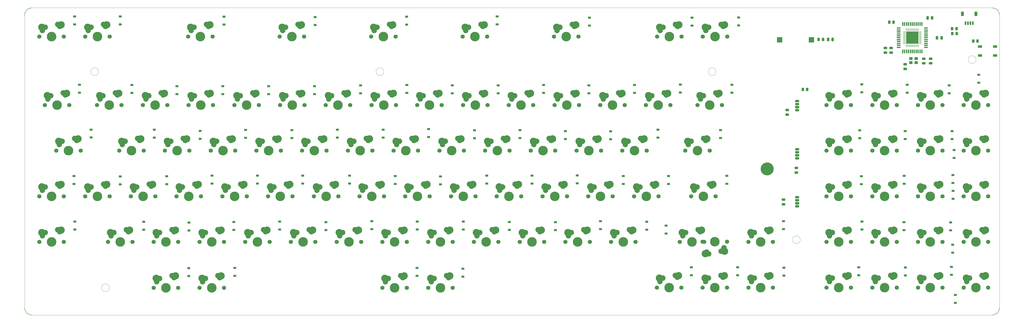
<source format=gbr>
%TF.GenerationSoftware,KiCad,Pcbnew,(6.99.0-4502-gf1556ed801-dirty)*%
%TF.CreationDate,2022-12-16T10:13:54-05:00*%
%TF.ProjectId,necpc8801l,6e656370-6338-4383-9031-6c2e6b696361,rev?*%
%TF.SameCoordinates,Original*%
%TF.FileFunction,Soldermask,Bot*%
%TF.FilePolarity,Negative*%
%FSLAX46Y46*%
G04 Gerber Fmt 4.6, Leading zero omitted, Abs format (unit mm)*
G04 Created by KiCad (PCBNEW (6.99.0-4502-gf1556ed801-dirty)) date 2022-12-16 10:13:54*
%MOMM*%
%LPD*%
G01*
G04 APERTURE LIST*
G04 Aperture macros list*
%AMRoundRect*
0 Rectangle with rounded corners*
0 $1 Rounding radius*
0 $2 $3 $4 $5 $6 $7 $8 $9 X,Y pos of 4 corners*
0 Add a 4 corners polygon primitive as box body*
4,1,4,$2,$3,$4,$5,$6,$7,$8,$9,$2,$3,0*
0 Add four circle primitives for the rounded corners*
1,1,$1+$1,$2,$3*
1,1,$1+$1,$4,$5*
1,1,$1+$1,$6,$7*
1,1,$1+$1,$8,$9*
0 Add four rect primitives between the rounded corners*
20,1,$1+$1,$2,$3,$4,$5,0*
20,1,$1+$1,$4,$5,$6,$7,0*
20,1,$1+$1,$6,$7,$8,$9,0*
20,1,$1+$1,$8,$9,$2,$3,0*%
G04 Aperture macros list end*
%ADD10C,1.750000*%
%ADD11C,3.987800*%
%ADD12C,3.000000*%
%ADD13C,2.250000*%
%ADD14O,1.800000X1.070000*%
%ADD15R,1.800000X1.070000*%
%ADD16C,5.400000*%
%ADD17R,1.800000X1.100000*%
%ADD18R,1.200000X0.900000*%
%ADD19RoundRect,0.250000X-0.475000X0.250000X-0.475000X-0.250000X0.475000X-0.250000X0.475000X0.250000X0*%
%ADD20RoundRect,0.250000X0.262500X0.450000X-0.262500X0.450000X-0.262500X-0.450000X0.262500X-0.450000X0*%
%ADD21RoundRect,0.250000X0.250000X0.475000X-0.250000X0.475000X-0.250000X-0.475000X0.250000X-0.475000X0*%
%ADD22RoundRect,0.250000X-0.250000X-0.475000X0.250000X-0.475000X0.250000X0.475000X-0.250000X0.475000X0*%
%ADD23RoundRect,0.250000X0.475000X-0.250000X0.475000X0.250000X-0.475000X0.250000X-0.475000X-0.250000X0*%
%ADD24RoundRect,0.150000X-0.150000X-0.625000X0.150000X-0.625000X0.150000X0.625000X-0.150000X0.625000X0*%
%ADD25RoundRect,0.250000X-0.350000X-0.650000X0.350000X-0.650000X0.350000X0.650000X-0.350000X0.650000X0*%
%ADD26R,1.500000X0.550000*%
%ADD27RoundRect,0.062500X0.475000X0.062500X-0.475000X0.062500X-0.475000X-0.062500X0.475000X-0.062500X0*%
%ADD28R,0.550000X1.500000*%
%ADD29RoundRect,0.062500X0.062500X0.475000X-0.062500X0.475000X-0.062500X-0.475000X0.062500X-0.475000X0*%
%ADD30R,5.200000X5.200000*%
%ADD31R,1.400000X1.200000*%
%ADD32RoundRect,0.250000X-0.262500X-0.450000X0.262500X-0.450000X0.262500X0.450000X-0.262500X0.450000X0*%
%ADD33R,2.200000X2.200000*%
%TA.AperFunction,Profile*%
%ADD34C,0.150000*%
%TD*%
%TA.AperFunction,Profile*%
%ADD35C,0.050000*%
%TD*%
G04 APERTURE END LIST*
D10*
%TO.C,SW_Z_1*%
X53640000Y-97550000D03*
D11*
X58720000Y-97550000D03*
D10*
X63800000Y-97550000D03*
D12*
X54670000Y-93600000D03*
D13*
X54910000Y-95010000D03*
X56095000Y-93625000D03*
X61260000Y-92470000D03*
X62095000Y-93300000D03*
D12*
X62670000Y-92600000D03*
%TD*%
D10*
%TO.C,SW_Y_1*%
X134290000Y-59525000D03*
D11*
X139370000Y-59525000D03*
D10*
X144450000Y-59525000D03*
D12*
X135320000Y-55575000D03*
D13*
X135560000Y-56985000D03*
X136745000Y-55600000D03*
X141910000Y-54445000D03*
X142745000Y-55275000D03*
D12*
X143320000Y-54575000D03*
%TD*%
D10*
%TO.C,SW_YEN_1*%
X258120000Y-40550000D03*
D11*
X263200000Y-40550000D03*
D10*
X268280000Y-40550000D03*
D12*
X259150000Y-36600000D03*
D13*
X259390000Y-38010000D03*
X260575000Y-36625000D03*
X265740000Y-35470000D03*
X266575000Y-36300000D03*
D12*
X267150000Y-35600000D03*
%TD*%
D10*
%TO.C,SW_X_1*%
X72640000Y-97550000D03*
D11*
X77720000Y-97550000D03*
D10*
X82800000Y-97550000D03*
D12*
X73670000Y-93600000D03*
D13*
X73910000Y-95010000D03*
X75095000Y-93625000D03*
X80260000Y-92470000D03*
X81095000Y-93300000D03*
D12*
X81670000Y-92600000D03*
%TD*%
D10*
%TO.C,SW_W_1*%
X58290000Y-59525000D03*
D11*
X63370000Y-59525000D03*
D10*
X68450000Y-59525000D03*
D12*
X59320000Y-55575000D03*
D13*
X59560000Y-56985000D03*
X60745000Y-55600000D03*
X65910000Y-54445000D03*
X66745000Y-55275000D03*
D12*
X67320000Y-54575000D03*
%TD*%
D10*
%TO.C,SW_WE_1*%
X253140000Y-78550000D03*
D11*
X258220000Y-78550000D03*
D10*
X263300000Y-78550000D03*
D12*
X254170000Y-74600000D03*
D13*
X254410000Y-76010000D03*
X255595000Y-74625000D03*
X260760000Y-73470000D03*
X261595000Y-74300000D03*
D12*
X262170000Y-73600000D03*
%TD*%
D10*
%TO.C,SW_V_1*%
X110640000Y-97550000D03*
D11*
X115720000Y-97550000D03*
D10*
X120800000Y-97550000D03*
D12*
X111670000Y-93600000D03*
D13*
X111910000Y-95010000D03*
X113095000Y-93625000D03*
X118260000Y-92470000D03*
X119095000Y-93300000D03*
D12*
X119670000Y-92600000D03*
%TD*%
D10*
%TO.C,SW_U_1*%
X153290000Y-59525000D03*
D11*
X158370000Y-59525000D03*
D10*
X163450000Y-59525000D03*
D12*
X154320000Y-55575000D03*
D13*
X154560000Y-56985000D03*
X155745000Y-55600000D03*
X160910000Y-54445000D03*
X161745000Y-55275000D03*
D12*
X162320000Y-54575000D03*
%TD*%
D10*
%TO.C,SW_UP_1*%
X300640000Y-97550000D03*
D11*
X305720000Y-97550000D03*
D10*
X310800000Y-97550000D03*
D12*
X301670000Y-93600000D03*
D13*
X301910000Y-95010000D03*
X303095000Y-93625000D03*
X308260000Y-92470000D03*
X309095000Y-93300000D03*
D12*
X309670000Y-92600000D03*
%TD*%
D10*
%TO.C,SW_T_1*%
X115290000Y-59525000D03*
D11*
X120370000Y-59525000D03*
D10*
X125450000Y-59525000D03*
D12*
X116320000Y-55575000D03*
D13*
X116560000Y-56985000D03*
X117745000Y-55600000D03*
X122910000Y-54445000D03*
X123745000Y-55275000D03*
D12*
X124320000Y-54575000D03*
%TD*%
D10*
%TO.C,SW_TAB_1*%
X13165000Y-59525000D03*
D11*
X18245000Y-59525000D03*
D10*
X23325000Y-59525000D03*
D12*
X14195000Y-55575000D03*
D13*
X14435000Y-56985000D03*
X15620000Y-55600000D03*
X20785000Y-54445000D03*
X21620000Y-55275000D03*
D12*
X22195000Y-54575000D03*
%TD*%
D10*
%TO.C,SW_S_1*%
X63140000Y-78550000D03*
D11*
X68220000Y-78550000D03*
D10*
X73300000Y-78550000D03*
D12*
X64170000Y-74600000D03*
D13*
X64410000Y-76010000D03*
X65595000Y-74625000D03*
X70760000Y-73470000D03*
X71595000Y-74300000D03*
D12*
X72170000Y-73600000D03*
%TD*%
D10*
%TO.C,SW_SUP_1*%
X53640000Y-116650000D03*
D11*
X58720000Y-116650000D03*
D10*
X63800000Y-116650000D03*
D12*
X54670000Y-112700000D03*
D13*
X54910000Y-114110000D03*
X56095000Y-112725000D03*
X61260000Y-111570000D03*
X62095000Y-112400000D03*
D12*
X62670000Y-111700000D03*
%TD*%
D10*
%TO.C,SW_STP_1*%
X6140000Y-12050000D03*
D11*
X11220000Y-12050000D03*
D10*
X16300000Y-12050000D03*
D12*
X7170000Y-8100000D03*
D13*
X7410000Y-9510000D03*
X8595000Y-8125000D03*
X13760000Y-6970000D03*
X14595000Y-7800000D03*
D12*
X15170000Y-7100000D03*
%TD*%
D10*
%TO.C,SW_SP2_1*%
X167640000Y-116650000D03*
D11*
X172720000Y-116650000D03*
D10*
X177800000Y-116650000D03*
D12*
X168670000Y-112700000D03*
D13*
X168910000Y-114110000D03*
X170095000Y-112725000D03*
X175260000Y-111570000D03*
X176095000Y-112400000D03*
D12*
X176670000Y-111700000D03*
%TD*%
D10*
%TO.C,SW_SP1_1*%
X148640000Y-116650000D03*
D11*
X153720000Y-116650000D03*
D10*
X158800000Y-116650000D03*
D12*
X149670000Y-112700000D03*
D13*
X149910000Y-114110000D03*
X151095000Y-112725000D03*
X156260000Y-111570000D03*
X157095000Y-112400000D03*
D12*
X157670000Y-111700000D03*
%TD*%
D10*
%TO.C,SW_SMI_1*%
X215140000Y-78550000D03*
D11*
X220220000Y-78550000D03*
D10*
X225300000Y-78550000D03*
D12*
X216170000Y-74600000D03*
D13*
X216410000Y-76010000D03*
X217595000Y-74625000D03*
X222760000Y-73470000D03*
X223595000Y-74300000D03*
D12*
X224170000Y-73600000D03*
%TD*%
D10*
%TO.C,SW_SLS_1*%
X224640000Y-97550000D03*
D11*
X229720000Y-97550000D03*
D10*
X234800000Y-97550000D03*
D12*
X225670000Y-93600000D03*
D13*
X225910000Y-95010000D03*
X227095000Y-93625000D03*
X232260000Y-92470000D03*
X233095000Y-93300000D03*
D12*
X233670000Y-92600000D03*
%TD*%
D10*
%TO.C,SW_R_1*%
X96290000Y-59525000D03*
D11*
X101370000Y-59525000D03*
D10*
X106450000Y-59525000D03*
D12*
X97320000Y-55575000D03*
D13*
X97560000Y-56985000D03*
X98745000Y-55600000D03*
X103910000Y-54445000D03*
X104745000Y-55275000D03*
D12*
X105320000Y-54575000D03*
%TD*%
D10*
%TO.C,SW_RSH_ALIAS_1*%
X291760000Y-97475000D03*
D11*
X286680000Y-97475000D03*
D10*
X281600000Y-97475000D03*
D12*
X290730000Y-101425000D03*
D13*
X290490000Y-100015000D03*
X289305000Y-101400000D03*
X284140000Y-102555000D03*
X283305000Y-101725000D03*
D12*
X282730000Y-102425000D03*
%TD*%
D10*
%TO.C,SW_RSH_1*%
X272140000Y-97550000D03*
D11*
X277220000Y-97550000D03*
D10*
X282300000Y-97550000D03*
D12*
X273170000Y-93600000D03*
D13*
X273410000Y-95010000D03*
X274595000Y-93625000D03*
X279760000Y-92470000D03*
X280595000Y-93300000D03*
D12*
X281170000Y-92600000D03*
%TD*%
D10*
%TO.C,SW_RLU_1*%
X262740000Y-12050000D03*
D11*
X267820000Y-12050000D03*
D10*
X272900000Y-12050000D03*
D12*
X263770000Y-8100000D03*
D13*
X264010000Y-9510000D03*
X265195000Y-8125000D03*
X270360000Y-6970000D03*
X271195000Y-7800000D03*
D12*
X271770000Y-7100000D03*
%TD*%
D10*
%TO.C,SW_RLD_1*%
X281740000Y-12050000D03*
D11*
X286820000Y-12050000D03*
D10*
X291900000Y-12050000D03*
D12*
X282770000Y-8100000D03*
D13*
X283010000Y-9510000D03*
X284195000Y-8125000D03*
X289360000Y-6970000D03*
X290195000Y-7800000D03*
D12*
X290770000Y-7100000D03*
%TD*%
D10*
%TO.C,SW_RIGHT_1*%
X281640000Y-116550000D03*
D11*
X286720000Y-116550000D03*
D10*
X291800000Y-116550000D03*
D12*
X282670000Y-112600000D03*
D13*
X282910000Y-114010000D03*
X284095000Y-112625000D03*
X289260000Y-111470000D03*
X290095000Y-112300000D03*
D12*
X290670000Y-111600000D03*
%TD*%
D10*
%TO.C,SW_Q_1*%
X39290000Y-59525000D03*
D11*
X44370000Y-59525000D03*
D10*
X49450000Y-59525000D03*
D12*
X40320000Y-55575000D03*
D13*
X40560000Y-56985000D03*
X41745000Y-55600000D03*
X46910000Y-54445000D03*
X47745000Y-55275000D03*
D12*
X48320000Y-54575000D03*
%TD*%
D10*
%TO.C,SW_P_1*%
X210290000Y-59525000D03*
D11*
X215370000Y-59525000D03*
D10*
X220450000Y-59525000D03*
D12*
X211320000Y-55575000D03*
D13*
X211560000Y-56985000D03*
X212745000Y-55600000D03*
X217910000Y-54445000D03*
X218745000Y-55275000D03*
D12*
X219320000Y-54575000D03*
%TD*%
D10*
%TO.C,SW_O_1*%
X191290000Y-59525000D03*
D11*
X196370000Y-59525000D03*
D10*
X201450000Y-59525000D03*
D12*
X192320000Y-55575000D03*
D13*
X192560000Y-56985000D03*
X193745000Y-55600000D03*
X198910000Y-54445000D03*
X199745000Y-55275000D03*
D12*
X200320000Y-54575000D03*
%TD*%
D10*
%TO.C,SW_N_1*%
X148640000Y-97550000D03*
D11*
X153720000Y-97550000D03*
D10*
X158800000Y-97550000D03*
D12*
X149670000Y-93600000D03*
D13*
X149910000Y-95010000D03*
X151095000Y-93625000D03*
X156260000Y-92470000D03*
X157095000Y-93300000D03*
D12*
X157670000Y-92600000D03*
%TD*%
D10*
%TO.C,SW_M_1*%
X167640000Y-97550000D03*
D11*
X172720000Y-97550000D03*
D10*
X177800000Y-97550000D03*
D12*
X168670000Y-93600000D03*
D13*
X168910000Y-95010000D03*
X170095000Y-93625000D03*
X175260000Y-92470000D03*
X176095000Y-93300000D03*
D12*
X176670000Y-92600000D03*
%TD*%
D10*
%TO.C,SW_MN_1*%
X220120000Y-40550000D03*
D11*
X225200000Y-40550000D03*
D10*
X230280000Y-40550000D03*
D12*
X221150000Y-36600000D03*
D13*
X221390000Y-38010000D03*
X222575000Y-36625000D03*
X227740000Y-35470000D03*
X228575000Y-36300000D03*
D12*
X229150000Y-35600000D03*
%TD*%
D10*
%TO.C,SW_L_1*%
X196140000Y-78550000D03*
D11*
X201220000Y-78550000D03*
D10*
X206300000Y-78550000D03*
D12*
X197170000Y-74600000D03*
D13*
X197410000Y-76010000D03*
X198595000Y-74625000D03*
X203760000Y-73470000D03*
X204595000Y-74300000D03*
D12*
X205170000Y-73600000D03*
%TD*%
D10*
%TO.C,SW_LT_1*%
X186640000Y-97550000D03*
D11*
X191720000Y-97550000D03*
D10*
X196800000Y-97550000D03*
D12*
X187670000Y-93600000D03*
D13*
X187910000Y-95010000D03*
X189095000Y-93625000D03*
X194260000Y-92470000D03*
X195095000Y-93300000D03*
D12*
X195670000Y-92600000D03*
%TD*%
D10*
%TO.C,SW_LS2_1*%
X34640000Y-97550000D03*
D11*
X39720000Y-97550000D03*
D10*
X44800000Y-97550000D03*
D12*
X35670000Y-93600000D03*
D13*
X35910000Y-95010000D03*
X37095000Y-93625000D03*
X42260000Y-92470000D03*
X43095000Y-93300000D03*
D12*
X43670000Y-92600000D03*
%TD*%
D10*
%TO.C,SW_LS1_1*%
X6140000Y-97550000D03*
D11*
X11220000Y-97550000D03*
D10*
X16300000Y-97550000D03*
D12*
X7170000Y-93600000D03*
D13*
X7410000Y-95010000D03*
X8595000Y-93625000D03*
X13760000Y-92470000D03*
X14595000Y-93300000D03*
D12*
X15170000Y-92600000D03*
%TD*%
D10*
%TO.C,SW_LEFT_1*%
X262640000Y-116550000D03*
D11*
X267720000Y-116550000D03*
D10*
X272800000Y-116550000D03*
D12*
X263670000Y-112600000D03*
D13*
X263910000Y-114010000D03*
X265095000Y-112625000D03*
X270260000Y-111470000D03*
X271095000Y-112300000D03*
D12*
X271670000Y-111600000D03*
%TD*%
D10*
%TO.C,SW_K_1*%
X177140000Y-78550000D03*
D11*
X182220000Y-78550000D03*
D10*
X187300000Y-78550000D03*
D12*
X178170000Y-74600000D03*
D13*
X178410000Y-76010000D03*
X179595000Y-74625000D03*
X184760000Y-73470000D03*
X185595000Y-74300000D03*
D12*
X186170000Y-73600000D03*
%TD*%
D10*
%TO.C,SW_KPPLUS_1*%
X390120000Y-78550000D03*
D11*
X395200000Y-78550000D03*
D10*
X400280000Y-78550000D03*
D12*
X391150000Y-74600000D03*
D13*
X391390000Y-76010000D03*
X392575000Y-74625000D03*
X397740000Y-73470000D03*
X398575000Y-74300000D03*
D12*
X399150000Y-73600000D03*
%TD*%
D10*
%TO.C,SW_KPPER_1*%
X371120000Y-116550000D03*
D11*
X376200000Y-116550000D03*
D10*
X381280000Y-116550000D03*
D12*
X372150000Y-112600000D03*
D13*
X372390000Y-114010000D03*
X373575000Y-112625000D03*
X378740000Y-111470000D03*
X379575000Y-112300000D03*
D12*
X380150000Y-111600000D03*
%TD*%
D10*
%TO.C,SW_KPMULT_1*%
X390120000Y-59550000D03*
D11*
X395200000Y-59550000D03*
D10*
X400280000Y-59550000D03*
D12*
X391150000Y-55600000D03*
D13*
X391390000Y-57010000D03*
X392575000Y-55625000D03*
X397740000Y-54470000D03*
X398575000Y-55300000D03*
D12*
X399150000Y-54600000D03*
%TD*%
D10*
%TO.C,SW_KPMIN_1*%
X371120000Y-40550000D03*
D11*
X376200000Y-40550000D03*
D10*
X381280000Y-40550000D03*
D12*
X372150000Y-36600000D03*
D13*
X372390000Y-38010000D03*
X373575000Y-36625000D03*
X378740000Y-35470000D03*
X379575000Y-36300000D03*
D12*
X380150000Y-35600000D03*
%TD*%
D10*
%TO.C,SW_KPHOME_1*%
X333120000Y-40550000D03*
D11*
X338200000Y-40550000D03*
D10*
X343280000Y-40550000D03*
D12*
X334150000Y-36600000D03*
D13*
X334390000Y-38010000D03*
X335575000Y-36625000D03*
X340740000Y-35470000D03*
X341575000Y-36300000D03*
D12*
X342150000Y-35600000D03*
%TD*%
D10*
%TO.C,SW_KPHELP1*%
X352120000Y-40550000D03*
D11*
X357200000Y-40550000D03*
D10*
X362280000Y-40550000D03*
D12*
X353150000Y-36600000D03*
D13*
X353390000Y-38010000D03*
X354575000Y-36625000D03*
X359740000Y-35470000D03*
X360575000Y-36300000D03*
D12*
X361150000Y-35600000D03*
%TD*%
D10*
%TO.C,SW_KPEQ_1*%
X390120000Y-97550000D03*
D11*
X395200000Y-97550000D03*
D10*
X400280000Y-97550000D03*
D12*
X391150000Y-93600000D03*
D13*
X391390000Y-95010000D03*
X392575000Y-93625000D03*
X397740000Y-92470000D03*
X398575000Y-93300000D03*
D12*
X399150000Y-92600000D03*
%TD*%
D10*
%TO.C,SW_KPENT_1*%
X390120000Y-116550000D03*
D11*
X395200000Y-116550000D03*
D10*
X400280000Y-116550000D03*
D12*
X391150000Y-112600000D03*
D13*
X391390000Y-114010000D03*
X392575000Y-112625000D03*
X397740000Y-111470000D03*
X398575000Y-112300000D03*
D12*
X399150000Y-111600000D03*
%TD*%
D10*
%TO.C,SW_KPDIV_1*%
X390120000Y-40550000D03*
D11*
X395200000Y-40550000D03*
D10*
X400280000Y-40550000D03*
D12*
X391150000Y-36600000D03*
D13*
X391390000Y-38010000D03*
X392575000Y-36625000D03*
X397740000Y-35470000D03*
X398575000Y-36300000D03*
D12*
X399150000Y-35600000D03*
%TD*%
D10*
%TO.C,SW_KPCOM_1*%
X352120000Y-116550000D03*
D11*
X357200000Y-116550000D03*
D10*
X362280000Y-116550000D03*
D12*
X353150000Y-112600000D03*
D13*
X353390000Y-114010000D03*
X354575000Y-112625000D03*
X359740000Y-111470000D03*
X360575000Y-112300000D03*
D12*
X361150000Y-111600000D03*
%TD*%
D10*
%TO.C,SW_KP9_1*%
X371120000Y-59550000D03*
D11*
X376200000Y-59550000D03*
D10*
X381280000Y-59550000D03*
D12*
X372150000Y-55600000D03*
D13*
X372390000Y-57010000D03*
X373575000Y-55625000D03*
X378740000Y-54470000D03*
X379575000Y-55300000D03*
D12*
X380150000Y-54600000D03*
%TD*%
D10*
%TO.C,SW_KP8_1*%
X352120000Y-59550000D03*
D11*
X357200000Y-59550000D03*
D10*
X362280000Y-59550000D03*
D12*
X353150000Y-55600000D03*
D13*
X353390000Y-57010000D03*
X354575000Y-55625000D03*
X359740000Y-54470000D03*
X360575000Y-55300000D03*
D12*
X361150000Y-54600000D03*
%TD*%
D10*
%TO.C,SW_KP7_1*%
X333120000Y-59550000D03*
D11*
X338200000Y-59550000D03*
D10*
X343280000Y-59550000D03*
D12*
X334150000Y-55600000D03*
D13*
X334390000Y-57010000D03*
X335575000Y-55625000D03*
X340740000Y-54470000D03*
X341575000Y-55300000D03*
D12*
X342150000Y-54600000D03*
%TD*%
D10*
%TO.C,SW_KP6_1*%
X371120000Y-78550000D03*
D11*
X376200000Y-78550000D03*
D10*
X381280000Y-78550000D03*
D12*
X372150000Y-74600000D03*
D13*
X372390000Y-76010000D03*
X373575000Y-74625000D03*
X378740000Y-73470000D03*
X379575000Y-74300000D03*
D12*
X380150000Y-73600000D03*
%TD*%
D10*
%TO.C,SW_KP5_1*%
X352120000Y-78550000D03*
D11*
X357200000Y-78550000D03*
D10*
X362280000Y-78550000D03*
D12*
X353150000Y-74600000D03*
D13*
X353390000Y-76010000D03*
X354575000Y-74625000D03*
X359740000Y-73470000D03*
X360575000Y-74300000D03*
D12*
X361150000Y-73600000D03*
%TD*%
D10*
%TO.C,SW_KP4_1*%
X333120000Y-78550000D03*
D11*
X338200000Y-78550000D03*
D10*
X343280000Y-78550000D03*
D12*
X334150000Y-74600000D03*
D13*
X334390000Y-76010000D03*
X335575000Y-74625000D03*
X340740000Y-73470000D03*
X341575000Y-74300000D03*
D12*
X342150000Y-73600000D03*
%TD*%
D10*
%TO.C,SW_KP3_1*%
X371120000Y-97550000D03*
D11*
X376200000Y-97550000D03*
D10*
X381280000Y-97550000D03*
D12*
X372150000Y-93600000D03*
D13*
X372390000Y-95010000D03*
X373575000Y-93625000D03*
X378740000Y-92470000D03*
X379575000Y-93300000D03*
D12*
X380150000Y-92600000D03*
%TD*%
D10*
%TO.C,SW_KP2_1*%
X352120000Y-97550000D03*
D11*
X357200000Y-97550000D03*
D10*
X362280000Y-97550000D03*
D12*
X353150000Y-93600000D03*
D13*
X353390000Y-95010000D03*
X354575000Y-93625000D03*
X359740000Y-92470000D03*
X360575000Y-93300000D03*
D12*
X361150000Y-92600000D03*
%TD*%
D10*
%TO.C,SW_KP1_1*%
X333120000Y-97550000D03*
D11*
X338200000Y-97550000D03*
D10*
X343280000Y-97550000D03*
D12*
X334150000Y-93600000D03*
D13*
X334390000Y-95010000D03*
X335575000Y-93625000D03*
X340740000Y-92470000D03*
X341575000Y-93300000D03*
D12*
X342150000Y-92600000D03*
%TD*%
D10*
%TO.C,SW_KP0_1*%
X333120000Y-116550000D03*
D11*
X338200000Y-116550000D03*
D10*
X343280000Y-116550000D03*
D12*
X334150000Y-112600000D03*
D13*
X334390000Y-114010000D03*
X335575000Y-112625000D03*
X340740000Y-111470000D03*
X341575000Y-112300000D03*
D12*
X342150000Y-111600000D03*
%TD*%
D10*
%TO.C,SW_J_1*%
X158140000Y-78550000D03*
D11*
X163220000Y-78550000D03*
D10*
X168300000Y-78550000D03*
D12*
X159170000Y-74600000D03*
D13*
X159410000Y-76010000D03*
X160595000Y-74625000D03*
X165760000Y-73470000D03*
X166595000Y-74300000D03*
D12*
X167170000Y-73600000D03*
%TD*%
D10*
%TO.C,SW_I_1*%
X172290000Y-59525000D03*
D11*
X177370000Y-59525000D03*
D10*
X182450000Y-59525000D03*
D12*
X173320000Y-55575000D03*
D13*
X173560000Y-56985000D03*
X174745000Y-55600000D03*
X179910000Y-54445000D03*
X180745000Y-55275000D03*
D12*
X181320000Y-54575000D03*
%TD*%
D10*
%TO.C,SW_H_1*%
X139140000Y-78550000D03*
D11*
X144220000Y-78550000D03*
D10*
X149300000Y-78550000D03*
D12*
X140170000Y-74600000D03*
D13*
X140410000Y-76010000D03*
X141595000Y-74625000D03*
X146760000Y-73470000D03*
X147595000Y-74300000D03*
D12*
X148170000Y-73600000D03*
%TD*%
D10*
%TO.C,SW_G_1*%
X120140000Y-78550000D03*
D11*
X125220000Y-78550000D03*
D10*
X130300000Y-78550000D03*
D12*
X121170000Y-74600000D03*
D13*
X121410000Y-76010000D03*
X122595000Y-74625000D03*
X127760000Y-73470000D03*
X128595000Y-74300000D03*
D12*
X129170000Y-73600000D03*
%TD*%
D10*
%TO.C,SW_GT_1*%
X205640000Y-97550000D03*
D11*
X210720000Y-97550000D03*
D10*
X215800000Y-97550000D03*
D12*
X206670000Y-93600000D03*
D13*
X206910000Y-95010000D03*
X208095000Y-93625000D03*
X213260000Y-92470000D03*
X214095000Y-93300000D03*
D12*
X214670000Y-92600000D03*
%TD*%
D10*
%TO.C,SW_F_1*%
X101140000Y-78550000D03*
D11*
X106220000Y-78550000D03*
D10*
X111300000Y-78550000D03*
D12*
X102170000Y-74600000D03*
D13*
X102410000Y-76010000D03*
X103595000Y-74625000D03*
X108760000Y-73470000D03*
X109595000Y-74300000D03*
D12*
X110170000Y-73600000D03*
%TD*%
D10*
%TO.C,SW_FC_1*%
X248290000Y-59525000D03*
D11*
X253370000Y-59525000D03*
D10*
X258450000Y-59525000D03*
D12*
X249320000Y-55575000D03*
D13*
X249560000Y-56985000D03*
X250745000Y-55600000D03*
X255910000Y-54445000D03*
X256745000Y-55275000D03*
D12*
X257320000Y-54575000D03*
%TD*%
D10*
%TO.C,SW_F5_1*%
X219940000Y-12050000D03*
D11*
X225020000Y-12050000D03*
D10*
X230100000Y-12050000D03*
D12*
X220970000Y-8100000D03*
D13*
X221210000Y-9510000D03*
X222395000Y-8125000D03*
X227560000Y-6970000D03*
X228395000Y-7800000D03*
D12*
X228970000Y-7100000D03*
%TD*%
D10*
%TO.C,SW_F4_1*%
X181940000Y-12050000D03*
D11*
X187020000Y-12050000D03*
D10*
X192100000Y-12050000D03*
D12*
X182970000Y-8100000D03*
D13*
X183210000Y-9510000D03*
X184395000Y-8125000D03*
X189560000Y-6970000D03*
X190395000Y-7800000D03*
D12*
X190970000Y-7100000D03*
%TD*%
D10*
%TO.C,SW_F3_1*%
X143940000Y-12050000D03*
D11*
X149020000Y-12050000D03*
D10*
X154100000Y-12050000D03*
D12*
X144970000Y-8100000D03*
D13*
X145210000Y-9510000D03*
X146395000Y-8125000D03*
X151560000Y-6970000D03*
X152395000Y-7800000D03*
D12*
X152970000Y-7100000D03*
%TD*%
D10*
%TO.C,SW_F2_1*%
X105940000Y-12050000D03*
D11*
X111020000Y-12050000D03*
D10*
X116100000Y-12050000D03*
D12*
X106970000Y-8100000D03*
D13*
X107210000Y-9510000D03*
X108395000Y-8125000D03*
X113560000Y-6970000D03*
X114395000Y-7800000D03*
D12*
X114970000Y-7100000D03*
%TD*%
D10*
%TO.C,SW_F1_1*%
X67940000Y-12050000D03*
D11*
X73020000Y-12050000D03*
D10*
X78100000Y-12050000D03*
D12*
X68970000Y-8100000D03*
D13*
X69210000Y-9510000D03*
X70395000Y-8125000D03*
X75560000Y-6970000D03*
X76395000Y-7800000D03*
D12*
X76970000Y-7100000D03*
%TD*%
D10*
%TO.C,SW_E_1*%
X77290000Y-59525000D03*
D11*
X82370000Y-59525000D03*
D10*
X87450000Y-59525000D03*
D12*
X78320000Y-55575000D03*
D13*
X78560000Y-56985000D03*
X79745000Y-55600000D03*
X84910000Y-54445000D03*
X85745000Y-55275000D03*
D12*
X86320000Y-54575000D03*
%TD*%
D10*
%TO.C,SW_ET_1*%
X274415000Y-59525000D03*
D11*
X279495000Y-59525000D03*
D10*
X284575000Y-59525000D03*
D12*
X275445000Y-55575000D03*
D13*
X275685000Y-56985000D03*
X276870000Y-55600000D03*
X282035000Y-54445000D03*
X282870000Y-55275000D03*
D12*
X283445000Y-54575000D03*
%TD*%
D10*
%TO.C,SW_ESC_1*%
X8420000Y-40550000D03*
D11*
X13500000Y-40550000D03*
D10*
X18580000Y-40550000D03*
D12*
X9450000Y-36600000D03*
D13*
X9690000Y-38010000D03*
X10875000Y-36625000D03*
X16040000Y-35470000D03*
X16875000Y-36300000D03*
D12*
X17450000Y-35600000D03*
%TD*%
D10*
%TO.C,SW_ED_1*%
X276890000Y-78550000D03*
D11*
X281970000Y-78550000D03*
D10*
X287050000Y-78550000D03*
D12*
X277920000Y-74600000D03*
D13*
X278160000Y-76010000D03*
X279345000Y-74625000D03*
X284510000Y-73470000D03*
X285345000Y-74300000D03*
D12*
X285920000Y-73600000D03*
%TD*%
D10*
%TO.C,SW_D_1*%
X82140000Y-78550000D03*
D11*
X87220000Y-78550000D03*
D10*
X92300000Y-78550000D03*
D12*
X83170000Y-74600000D03*
D13*
X83410000Y-76010000D03*
X84595000Y-74625000D03*
X89760000Y-73470000D03*
X90595000Y-74300000D03*
D12*
X91170000Y-73600000D03*
%TD*%
D10*
%TO.C,SW_DOWN_1*%
X300640000Y-116550000D03*
D11*
X305720000Y-116550000D03*
D10*
X310800000Y-116550000D03*
D12*
X301670000Y-112600000D03*
D13*
X301910000Y-114010000D03*
X303095000Y-112625000D03*
X308260000Y-111470000D03*
X309095000Y-112300000D03*
D12*
X309670000Y-111600000D03*
%TD*%
D10*
%TO.C,SW_DEL_1*%
X279495000Y-40550000D03*
D11*
X284575000Y-40550000D03*
D10*
X289655000Y-40550000D03*
D12*
X280525000Y-36600000D03*
D13*
X280765000Y-38010000D03*
X281950000Y-36625000D03*
X287115000Y-35470000D03*
X287950000Y-36300000D03*
D12*
X288525000Y-35600000D03*
%TD*%
D10*
%TO.C,SW_C_1*%
X91640000Y-97550000D03*
D11*
X96720000Y-97550000D03*
D10*
X101800000Y-97550000D03*
D12*
X92670000Y-93600000D03*
D13*
X92910000Y-95010000D03*
X94095000Y-93625000D03*
X99260000Y-92470000D03*
X100095000Y-93300000D03*
D12*
X100670000Y-92600000D03*
%TD*%
D10*
%TO.C,SW_CTRL_1*%
X6140000Y-78550000D03*
D11*
X11220000Y-78550000D03*
D10*
X16300000Y-78550000D03*
D12*
X7170000Y-74600000D03*
D13*
X7410000Y-76010000D03*
X8595000Y-74625000D03*
X13760000Y-73470000D03*
X14595000Y-74300000D03*
D12*
X15170000Y-73600000D03*
%TD*%
D10*
%TO.C,SW_CPY_1*%
X25140000Y-12050000D03*
D11*
X30220000Y-12050000D03*
D10*
X35300000Y-12050000D03*
D12*
X26170000Y-8100000D03*
D13*
X26410000Y-9510000D03*
X27595000Y-8125000D03*
X32760000Y-6970000D03*
X33595000Y-7800000D03*
D12*
X34170000Y-7100000D03*
%TD*%
D10*
%TO.C,SW_COL_1*%
X234140000Y-78550000D03*
D11*
X239220000Y-78550000D03*
D10*
X244300000Y-78550000D03*
D12*
X235170000Y-74600000D03*
D13*
X235410000Y-76010000D03*
X236595000Y-74625000D03*
X241760000Y-73470000D03*
X242595000Y-74300000D03*
D12*
X243170000Y-73600000D03*
%TD*%
D10*
%TO.C,SW_CAR_1*%
X239120000Y-40550000D03*
D11*
X244200000Y-40550000D03*
D10*
X249280000Y-40550000D03*
D12*
X240150000Y-36600000D03*
D13*
X240390000Y-38010000D03*
X241575000Y-36625000D03*
X246740000Y-35470000D03*
X247575000Y-36300000D03*
D12*
X248150000Y-35600000D03*
%TD*%
D10*
%TO.C,SW_CAPS_1*%
X25140000Y-78550000D03*
D11*
X30220000Y-78550000D03*
D10*
X35300000Y-78550000D03*
D12*
X26170000Y-74600000D03*
D13*
X26410000Y-76010000D03*
X27595000Y-74625000D03*
X32760000Y-73470000D03*
X33595000Y-74300000D03*
D12*
X34170000Y-73600000D03*
%TD*%
D10*
%TO.C,SW_B_1*%
X129640000Y-97550000D03*
D11*
X134720000Y-97550000D03*
D10*
X139800000Y-97550000D03*
D12*
X130670000Y-93600000D03*
D13*
X130910000Y-95010000D03*
X132095000Y-93625000D03*
X137260000Y-92470000D03*
X138095000Y-93300000D03*
D12*
X138670000Y-92600000D03*
%TD*%
D10*
%TO.C,SW_A_1*%
X44140000Y-78550000D03*
D11*
X49220000Y-78550000D03*
D10*
X54300000Y-78550000D03*
D12*
X45170000Y-74600000D03*
D13*
X45410000Y-76010000D03*
X46595000Y-74625000D03*
X51760000Y-73470000D03*
X52595000Y-74300000D03*
D12*
X53170000Y-73600000D03*
%TD*%
D10*
%TO.C,SW_AT_1*%
X229290000Y-59525000D03*
D11*
X234370000Y-59525000D03*
D10*
X239450000Y-59525000D03*
D12*
X230320000Y-55575000D03*
D13*
X230560000Y-56985000D03*
X231745000Y-55600000D03*
X236910000Y-54445000D03*
X237745000Y-55275000D03*
D12*
X238320000Y-54575000D03*
%TD*%
D10*
%TO.C,SW_AMG_1*%
X243640000Y-97550000D03*
D11*
X248720000Y-97550000D03*
D10*
X253800000Y-97550000D03*
D12*
X244670000Y-93600000D03*
D13*
X244910000Y-95010000D03*
X246095000Y-93625000D03*
X251260000Y-92470000D03*
X252095000Y-93300000D03*
D12*
X252670000Y-92600000D03*
%TD*%
D10*
%TO.C,SW_ALT_1*%
X72640000Y-116650000D03*
D11*
X77720000Y-116650000D03*
D10*
X82800000Y-116650000D03*
D12*
X73670000Y-112700000D03*
D13*
X73910000Y-114110000D03*
X75095000Y-112725000D03*
X80260000Y-111570000D03*
X81095000Y-112400000D03*
D12*
X81670000Y-111700000D03*
%TD*%
D10*
%TO.C,SW_9_1*%
X182120000Y-40550000D03*
D11*
X187200000Y-40550000D03*
D10*
X192280000Y-40550000D03*
D12*
X183150000Y-36600000D03*
D13*
X183390000Y-38010000D03*
X184575000Y-36625000D03*
X189740000Y-35470000D03*
X190575000Y-36300000D03*
D12*
X191150000Y-35600000D03*
%TD*%
D10*
%TO.C,SW_8_1*%
X163120000Y-40550000D03*
D11*
X168200000Y-40550000D03*
D10*
X173280000Y-40550000D03*
D12*
X164150000Y-36600000D03*
D13*
X164390000Y-38010000D03*
X165575000Y-36625000D03*
X170740000Y-35470000D03*
X171575000Y-36300000D03*
D12*
X172150000Y-35600000D03*
%TD*%
D10*
%TO.C,SW_7_1*%
X144120000Y-40550000D03*
D11*
X149200000Y-40550000D03*
D10*
X154280000Y-40550000D03*
D12*
X145150000Y-36600000D03*
D13*
X145390000Y-38010000D03*
X146575000Y-36625000D03*
X151740000Y-35470000D03*
X152575000Y-36300000D03*
D12*
X153150000Y-35600000D03*
%TD*%
D10*
%TO.C,SW_6_1*%
X125120000Y-40550000D03*
D11*
X130200000Y-40550000D03*
D10*
X135280000Y-40550000D03*
D12*
X126150000Y-36600000D03*
D13*
X126390000Y-38010000D03*
X127575000Y-36625000D03*
X132740000Y-35470000D03*
X133575000Y-36300000D03*
D12*
X134150000Y-35600000D03*
%TD*%
D10*
%TO.C,SW_5_1*%
X106120000Y-40550000D03*
D11*
X111200000Y-40550000D03*
D10*
X116280000Y-40550000D03*
D12*
X107150000Y-36600000D03*
D13*
X107390000Y-38010000D03*
X108575000Y-36625000D03*
X113740000Y-35470000D03*
X114575000Y-36300000D03*
D12*
X115150000Y-35600000D03*
%TD*%
D10*
%TO.C,SW_4_1*%
X87120000Y-40550000D03*
D11*
X92200000Y-40550000D03*
D10*
X97280000Y-40550000D03*
D12*
X88150000Y-36600000D03*
D13*
X88390000Y-38010000D03*
X89575000Y-36625000D03*
X94740000Y-35470000D03*
X95575000Y-36300000D03*
D12*
X96150000Y-35600000D03*
%TD*%
D10*
%TO.C,SW_3_1*%
X68120000Y-40550000D03*
D11*
X73200000Y-40550000D03*
D10*
X78280000Y-40550000D03*
D12*
X69150000Y-36600000D03*
D13*
X69390000Y-38010000D03*
X70575000Y-36625000D03*
X75740000Y-35470000D03*
X76575000Y-36300000D03*
D12*
X77150000Y-35600000D03*
%TD*%
D10*
%TO.C,SW_2_1*%
X49120000Y-40550000D03*
D11*
X54200000Y-40550000D03*
D10*
X59280000Y-40550000D03*
D12*
X50150000Y-36600000D03*
D13*
X50390000Y-38010000D03*
X51575000Y-36625000D03*
X56740000Y-35470000D03*
X57575000Y-36300000D03*
D12*
X58150000Y-35600000D03*
%TD*%
D10*
%TO.C,SW_1_1*%
X30120000Y-40550000D03*
D11*
X35200000Y-40550000D03*
D10*
X40280000Y-40550000D03*
D12*
X31150000Y-36600000D03*
D13*
X31390000Y-38010000D03*
X32575000Y-36625000D03*
X37740000Y-35470000D03*
X38575000Y-36300000D03*
D12*
X39150000Y-35600000D03*
%TD*%
D10*
%TO.C,SW_0_1*%
X201120000Y-40550000D03*
D11*
X206200000Y-40550000D03*
D10*
X211280000Y-40550000D03*
D12*
X202150000Y-36600000D03*
D13*
X202390000Y-38010000D03*
X203575000Y-36625000D03*
X208740000Y-35470000D03*
X209575000Y-36300000D03*
D12*
X210150000Y-35600000D03*
%TD*%
D14*
%TO.C,LED1*%
X320924999Y-80164999D03*
X320924999Y-82704999D03*
D15*
X320924999Y-81434999D03*
D14*
X320924999Y-78894999D03*
%TD*%
%TO.C,LED2*%
X320924999Y-60164999D03*
X320924999Y-62704999D03*
D15*
X320924999Y-61434999D03*
D14*
X320924999Y-58894999D03*
%TD*%
%TO.C,LED3*%
X320924999Y-40164999D03*
X320924999Y-42704999D03*
D15*
X320924999Y-41434999D03*
D14*
X320924999Y-38894999D03*
%TD*%
D16*
%TO.C,H2*%
X308475000Y-67125000D03*
%TD*%
D17*
%TO.C,SW1*%
X396899999Y-19899999D03*
X403099999Y-16199999D03*
X396899999Y-16199999D03*
X403099999Y-19899999D03*
%TD*%
D18*
%TO.C,D16*%
X68274999Y-92799999D03*
X68274999Y-89499999D03*
%TD*%
D19*
%TO.C,C8*%
X320595000Y-66736000D03*
X320595000Y-68636000D03*
%TD*%
%TO.C,C9*%
X315261000Y-79944000D03*
X315261000Y-81844000D03*
%TD*%
%TO.C,C10*%
X316785000Y-42606000D03*
X316785000Y-44506000D03*
%TD*%
D20*
%TO.C,R1*%
X325075000Y-34050000D03*
X323250000Y-34050000D03*
%TD*%
D21*
%TO.C,C1*%
X376983375Y-4257750D03*
X375083375Y-4257750D03*
%TD*%
D19*
%TO.C,C2*%
X357584125Y-16769750D03*
X357584125Y-18669750D03*
%TD*%
%TO.C,C5*%
X359965375Y-16769750D03*
X359965375Y-18669750D03*
%TD*%
D22*
%TO.C,C6*%
X379019230Y-12535230D03*
X380919230Y-12535230D03*
%TD*%
D23*
%TO.C,C7*%
X376374375Y-23106250D03*
X376374375Y-21206250D03*
%TD*%
D18*
%TO.C,D1*%
X20799999Y-6899999D03*
X20799999Y-3599999D03*
%TD*%
%TO.C,D2*%
X22779999Y-35349999D03*
X22779999Y-32049999D03*
%TD*%
%TO.C,D3*%
X27599999Y-54049999D03*
X27599999Y-50749999D03*
%TD*%
%TO.C,D4*%
X20474999Y-73424999D03*
X20474999Y-70124999D03*
%TD*%
%TO.C,D5*%
X20824999Y-92374999D03*
X20824999Y-89074999D03*
%TD*%
%TO.C,D6*%
X49499999Y-92474999D03*
X49499999Y-89174999D03*
%TD*%
%TO.C,D7*%
X39699999Y-73574999D03*
X39699999Y-70274999D03*
%TD*%
%TO.C,D8*%
X53849999Y-54124999D03*
X53849999Y-50824999D03*
%TD*%
%TO.C,D9*%
X44529999Y-35449999D03*
X44529999Y-32149999D03*
%TD*%
%TO.C,D10*%
X39774999Y-6924999D03*
X39774999Y-3624999D03*
%TD*%
%TO.C,D12*%
X82799999Y-6999999D03*
X82799999Y-3699999D03*
%TD*%
%TO.C,D13*%
X63279999Y-35999999D03*
X63279999Y-32699999D03*
%TD*%
%TO.C,D14*%
X72924999Y-54599999D03*
X72924999Y-51299999D03*
%TD*%
%TO.C,D15*%
X58999999Y-73449999D03*
X58999999Y-70149999D03*
%TD*%
%TO.C,D17*%
X68174999Y-111724999D03*
X68174999Y-108424999D03*
%TD*%
%TO.C,D18*%
X86874999Y-92549999D03*
X86874999Y-89249999D03*
%TD*%
%TO.C,D19*%
X77799999Y-73224999D03*
X77799999Y-69924999D03*
%TD*%
%TO.C,D20*%
X91799999Y-54174999D03*
X91799999Y-50874999D03*
%TD*%
%TO.C,D21*%
X82329999Y-35999999D03*
X82329999Y-32699999D03*
%TD*%
%TO.C,D23*%
X120699999Y-7149999D03*
X120699999Y-3849999D03*
%TD*%
%TO.C,D24*%
X101379999Y-35999999D03*
X101379999Y-32699999D03*
%TD*%
%TO.C,D25*%
X111024999Y-54249999D03*
X111024999Y-50949999D03*
%TD*%
%TO.C,D26*%
X96699999Y-73224999D03*
X96699999Y-69924999D03*
%TD*%
%TO.C,D27*%
X105949999Y-92349999D03*
X105949999Y-89049999D03*
%TD*%
%TO.C,D28*%
X87324999Y-111624999D03*
X87324999Y-108324999D03*
%TD*%
%TO.C,D29*%
X125124999Y-92624999D03*
X125124999Y-89324999D03*
%TD*%
%TO.C,D30*%
X115499999Y-73224999D03*
X115499999Y-69924999D03*
%TD*%
%TO.C,D31*%
X129899999Y-54124999D03*
X129899999Y-50824999D03*
%TD*%
%TO.C,D32*%
X120429999Y-35999999D03*
X120429999Y-32699999D03*
%TD*%
%TO.C,D34*%
X158699999Y-7049999D03*
X158699999Y-3749999D03*
%TD*%
%TO.C,D35*%
X139579999Y-35649999D03*
X139579999Y-32349999D03*
%TD*%
%TO.C,D36*%
X148949999Y-54124999D03*
X148949999Y-50824999D03*
%TD*%
%TO.C,D37*%
X134949999Y-73224999D03*
X134949999Y-69924999D03*
%TD*%
%TO.C,D38*%
X144199999Y-92174999D03*
X144199999Y-88874999D03*
%TD*%
%TO.C,D39*%
X162974999Y-111624999D03*
X162974999Y-108324999D03*
%TD*%
%TO.C,D40*%
X163099999Y-92324999D03*
X163099999Y-89024999D03*
%TD*%
%TO.C,D41*%
X153974999Y-73424999D03*
X153974999Y-70124999D03*
%TD*%
%TO.C,D42*%
X167849999Y-53874999D03*
X167849999Y-50574999D03*
%TD*%
%TO.C,D44*%
X158779999Y-35449999D03*
X158779999Y-32149999D03*
%TD*%
%TO.C,D45*%
X196299999Y-6949999D03*
X196299999Y-3649999D03*
%TD*%
%TO.C,D46*%
X177679999Y-35649999D03*
X177679999Y-32349999D03*
%TD*%
%TO.C,D47*%
X186849999Y-54374999D03*
X186849999Y-51074999D03*
%TD*%
%TO.C,D48*%
X172774999Y-73549999D03*
X172774999Y-70249999D03*
%TD*%
%TO.C,D49*%
X182199999Y-92374999D03*
X182199999Y-89074999D03*
%TD*%
%TO.C,D50*%
X182049999Y-111999999D03*
X182049999Y-108699999D03*
%TD*%
%TO.C,D51*%
X201324999Y-92549999D03*
X201324999Y-89249999D03*
%TD*%
%TO.C,D52*%
X191999999Y-73224999D03*
X191999999Y-69924999D03*
%TD*%
%TO.C,D53*%
X205749999Y-54274999D03*
X205749999Y-50974999D03*
%TD*%
%TO.C,D54*%
X196729999Y-35649999D03*
X196729999Y-32349999D03*
%TD*%
%TO.C,D56*%
X234599999Y-7449999D03*
X234599999Y-4149999D03*
%TD*%
%TO.C,D57*%
X215579999Y-35449999D03*
X215579999Y-32149999D03*
%TD*%
%TO.C,D58*%
X224674999Y-54674999D03*
X224674999Y-51374999D03*
%TD*%
%TO.C,D59*%
X210799999Y-73224999D03*
X210799999Y-69924999D03*
%TD*%
%TO.C,D60*%
X220499999Y-92649999D03*
X220499999Y-89349999D03*
%TD*%
%TO.C,D61*%
X239174999Y-92199999D03*
X239174999Y-88899999D03*
%TD*%
%TO.C,D62*%
X229549999Y-73174999D03*
X229549999Y-69874999D03*
%TD*%
%TO.C,D63*%
X243424999Y-54774999D03*
X243424999Y-51474999D03*
%TD*%
%TO.C,D64*%
X234379999Y-35599999D03*
X234379999Y-32299999D03*
%TD*%
%TO.C,D65*%
X253379999Y-35449999D03*
X253379999Y-32149999D03*
%TD*%
%TO.C,D67*%
X277199999Y-7449999D03*
X277199999Y-4149999D03*
%TD*%
%TO.C,D68*%
X272374999Y-35299999D03*
X272374999Y-31999999D03*
%TD*%
%TO.C,D69*%
X263074999Y-54099999D03*
X263074999Y-50799999D03*
%TD*%
%TO.C,D70*%
X248724999Y-73374999D03*
X248724999Y-70074999D03*
%TD*%
%TO.C,D71*%
X258399999Y-92474999D03*
X258399999Y-89174999D03*
%TD*%
%TO.C,D72*%
X276974999Y-111449999D03*
X276974999Y-108149999D03*
%TD*%
%TO.C,D73*%
X267449999Y-73424999D03*
X267449999Y-70124999D03*
%TD*%
%TO.C,D75*%
X289049999Y-54299999D03*
X289049999Y-50999999D03*
%TD*%
%TO.C,D76*%
X293824999Y-35349999D03*
X293824999Y-32049999D03*
%TD*%
%TO.C,D78*%
X296599999Y-7349999D03*
X296599999Y-4049999D03*
%TD*%
%TO.C,D81*%
X291724999Y-73274999D03*
X291724999Y-69974999D03*
%TD*%
%TO.C,D82*%
X266499999Y-94074999D03*
X266499999Y-90774999D03*
%TD*%
%TO.C,D83*%
X296224999Y-111399999D03*
X296224999Y-108099999D03*
%TD*%
%TO.C,D84*%
X315374999Y-111599999D03*
X315374999Y-108299999D03*
%TD*%
%TO.C,D85*%
X315249999Y-92224999D03*
X315249999Y-88924999D03*
%TD*%
%TO.C,D89*%
X347749999Y-35174999D03*
X347749999Y-31874999D03*
%TD*%
%TO.C,D90*%
X346899999Y-54324999D03*
X346899999Y-51024999D03*
%TD*%
%TO.C,D91*%
X347549999Y-73474999D03*
X347549999Y-70174999D03*
%TD*%
%TO.C,D92*%
X347874999Y-92399999D03*
X347874999Y-89099999D03*
%TD*%
%TO.C,D93*%
X346449999Y-111374999D03*
X346449999Y-108074999D03*
%TD*%
%TO.C,D94*%
X365899999Y-111474999D03*
X365899999Y-108174999D03*
%TD*%
%TO.C,D95*%
X365249999Y-92574999D03*
X365249999Y-89274999D03*
%TD*%
%TO.C,D96*%
X365349999Y-73349999D03*
X365349999Y-70049999D03*
%TD*%
%TO.C,D97*%
X365799999Y-54649999D03*
X365799999Y-51349999D03*
%TD*%
%TO.C,D99*%
X384049999Y-35624999D03*
X384049999Y-32324999D03*
%TD*%
%TO.C,D101*%
X385249999Y-54649999D03*
X385249999Y-51349999D03*
%TD*%
%TO.C,D102*%
X385574999Y-72999999D03*
X385574999Y-69699999D03*
%TD*%
%TO.C,D103*%
X384699999Y-92699999D03*
X384699999Y-89399999D03*
%TD*%
%TO.C,D104*%
X385024999Y-111274999D03*
X385024999Y-107974999D03*
%TD*%
%TO.C,D109*%
X386124999Y-62524999D03*
X386124999Y-59224999D03*
%TD*%
%TO.C,D110*%
X396349999Y-27899999D03*
X396349999Y-31199999D03*
%TD*%
D24*
%TO.C,J1*%
X390869980Y-6385980D03*
X391869980Y-6385980D03*
X392869980Y-6385980D03*
X393869980Y-6385980D03*
D25*
X389569980Y-2510980D03*
X395169980Y-2510980D03*
%TD*%
D20*
%TO.C,R3*%
X395881730Y-13885230D03*
X394056730Y-13885230D03*
%TD*%
%TO.C,R4*%
X360981375Y-6035750D03*
X359156375Y-6035750D03*
%TD*%
D26*
%TO.C,U1*%
X374449374Y-8474999D03*
D27*
X372086875Y-9975000D03*
D26*
X374449374Y-9274999D03*
D27*
X372086875Y-10475000D03*
D26*
X374449374Y-10074999D03*
D27*
X372086875Y-10975000D03*
D26*
X374449374Y-10874999D03*
D27*
X372086875Y-11475000D03*
D26*
X374449374Y-11674999D03*
D27*
X372086875Y-11975000D03*
D26*
X374449374Y-12474999D03*
D27*
X372086875Y-12475000D03*
D26*
X374449374Y-13274999D03*
D27*
X372086875Y-12975000D03*
D26*
X374449374Y-14074999D03*
D27*
X372086875Y-13475000D03*
D26*
X374449374Y-14874999D03*
D27*
X372086875Y-13975000D03*
D26*
X374449374Y-15674999D03*
D27*
X372086875Y-14475000D03*
D26*
X374449374Y-16474999D03*
D27*
X372086875Y-14975000D03*
D28*
X372749374Y-18174999D03*
D29*
X371249375Y-15812500D03*
D28*
X371949374Y-18174999D03*
D29*
X370749375Y-15812500D03*
D28*
X371149374Y-18174999D03*
D29*
X370249375Y-15812500D03*
D28*
X370349374Y-18174999D03*
D29*
X369749375Y-15812500D03*
D28*
X369549374Y-18174999D03*
D29*
X369249375Y-15812500D03*
D28*
X368749374Y-18174999D03*
D29*
X368749375Y-15812500D03*
X368249375Y-15812500D03*
D28*
X367949374Y-18174999D03*
D29*
X367749375Y-15812500D03*
D28*
X367149374Y-18174999D03*
D29*
X367249375Y-15812500D03*
D28*
X366349374Y-18174999D03*
D29*
X366749375Y-15812500D03*
D28*
X365549374Y-18174999D03*
D29*
X366249375Y-15812500D03*
D28*
X364749374Y-18174999D03*
D27*
X365411875Y-14975000D03*
D26*
X363049374Y-16474999D03*
D27*
X365411875Y-14475000D03*
D26*
X363049374Y-15674999D03*
D27*
X365411875Y-13975000D03*
D26*
X363049374Y-14874999D03*
D27*
X365411875Y-13475000D03*
D26*
X363049374Y-14074999D03*
D27*
X365411875Y-12975000D03*
D26*
X363049374Y-13274999D03*
D27*
X365411875Y-12475000D03*
D26*
X363049374Y-12474999D03*
D27*
X365411875Y-11975000D03*
D26*
X363049374Y-11674999D03*
D27*
X365411875Y-11475000D03*
D26*
X363049374Y-10874999D03*
D27*
X365411875Y-10975000D03*
D26*
X363049374Y-10074999D03*
D27*
X365411875Y-10475000D03*
D26*
X363049374Y-9274999D03*
D27*
X365411875Y-9975000D03*
D26*
X363049374Y-8474999D03*
D29*
X366249375Y-9137500D03*
D28*
X364749374Y-6774999D03*
D29*
X366749375Y-9137500D03*
D28*
X365549374Y-6774999D03*
D29*
X367249375Y-9137500D03*
D28*
X366349374Y-6774999D03*
D29*
X367749375Y-9137500D03*
D28*
X367149374Y-6774999D03*
D29*
X368249375Y-9137500D03*
D28*
X367949374Y-6774999D03*
D29*
X368749375Y-9137500D03*
D28*
X368749374Y-6774999D03*
X369549374Y-6774999D03*
D29*
X369249375Y-9137500D03*
D28*
X370349374Y-6774999D03*
D29*
X369749375Y-9137500D03*
D28*
X371149374Y-6774999D03*
D29*
X370249375Y-9137500D03*
D28*
X371949374Y-6774999D03*
D29*
X370749375Y-9137500D03*
D28*
X372749374Y-6774999D03*
D29*
X371249375Y-9137500D03*
D30*
X368749374Y-12474999D03*
%TD*%
D31*
%TO.C,Y1*%
X368136874Y-21149999D03*
X370336874Y-21149999D03*
X370336874Y-22849999D03*
X368136874Y-22849999D03*
%TD*%
D19*
%TO.C,C3*%
X365807375Y-23561750D03*
X365807375Y-25461750D03*
%TD*%
D23*
%TO.C,C4*%
X373511875Y-23106250D03*
X373511875Y-21206250D03*
%TD*%
D18*
%TO.C,D98*%
X366674999Y-35349999D03*
X366674999Y-32049999D03*
%TD*%
%TO.C,D106*%
X385474999Y-101999999D03*
X385474999Y-98699999D03*
%TD*%
%TO.C,D105*%
X386649999Y-122899999D03*
X386649999Y-119599999D03*
%TD*%
D22*
%TO.C,C11*%
X333769230Y-13185230D03*
X335669230Y-13185230D03*
%TD*%
D32*
%TO.C,R5*%
X385346230Y-10727230D03*
X387171230Y-10727230D03*
%TD*%
%TO.C,R2*%
X385299230Y-8695230D03*
X387124230Y-8695230D03*
%TD*%
D18*
%TO.C,D43*%
X385724999Y-79574999D03*
X385724999Y-76274999D03*
%TD*%
D32*
%TO.C,R6*%
X329808730Y-13185230D03*
X331633730Y-13185230D03*
%TD*%
D33*
%TO.C,BUZ1*%
X313644229Y-13335229D03*
X326844229Y-13335229D03*
%TD*%
D34*
X401934500Y-128030000D02*
G75*
G03*
X404982500Y-124982000I0J3048000D01*
G01*
X3034500Y-32000D02*
G75*
G03*
X-13500Y-3080000I2J-3048002D01*
G01*
X-13500Y-124982000D02*
G75*
G03*
X3034500Y-128030000I3048000J0D01*
G01*
D35*
X3034500Y-128030000D02*
X401934500Y-128030000D01*
X404982500Y-124982000D02*
X404982500Y-3080000D01*
X-13500Y-3080000D02*
X-13500Y-124982000D01*
X255507999Y-31999D02*
X3034500Y-32000D01*
X255507999Y-31999D02*
X401934500Y-32000D01*
X395225192Y-21600000D02*
G75*
G03*
X395225192Y-21600000I-1625192J0D01*
G01*
X149225192Y-26605000D02*
G75*
G03*
X149225192Y-26605000I-1625192J0D01*
G01*
X30725192Y-26605000D02*
G75*
G03*
X30725192Y-26605000I-1625192J0D01*
G01*
X322225192Y-96605000D02*
G75*
G03*
X322225192Y-96605000I-1625192J0D01*
G01*
X287225192Y-26605000D02*
G75*
G03*
X287225192Y-26605000I-1625192J0D01*
G01*
D34*
X404982500Y-3080000D02*
G75*
G03*
X401934500Y-32000I-3048000J0D01*
G01*
D35*
X35225192Y-116605000D02*
G75*
G03*
X35225192Y-116605000I-1625192J0D01*
G01*
M02*

</source>
